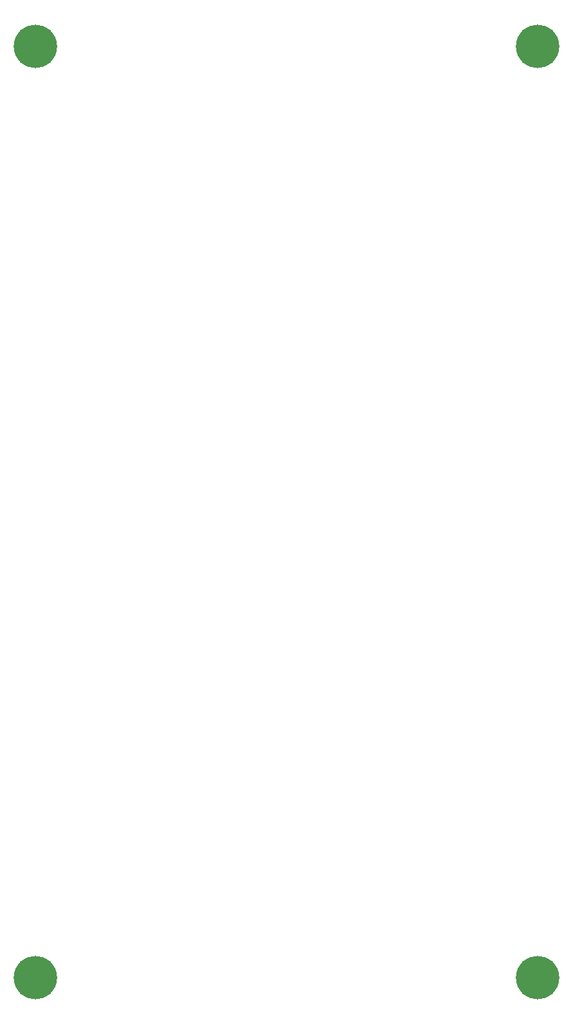
<source format=gbr>
G04 #@! TF.GenerationSoftware,KiCad,Pcbnew,5.1.6-c6e7f7d~87~ubuntu18.04.1*
G04 #@! TF.CreationDate,2020-08-19T11:01:40-04:00*
G04 #@! TF.ProjectId,qual_ADSR_front_panel,7175616c-5f41-4445-9352-5f66726f6e74,0*
G04 #@! TF.SameCoordinates,Original*
G04 #@! TF.FileFunction,Soldermask,Top*
G04 #@! TF.FilePolarity,Negative*
%FSLAX46Y46*%
G04 Gerber Fmt 4.6, Leading zero omitted, Abs format (unit mm)*
G04 Created by KiCad (PCBNEW 5.1.6-c6e7f7d~87~ubuntu18.04.1) date 2020-08-19 11:01:40*
%MOMM*%
%LPD*%
G01*
G04 APERTURE LIST*
%ADD10C,5.700000*%
G04 APERTURE END LIST*
D10*
X73540000Y-125500000D03*
X73540000Y-3000000D03*
X7500000Y-125500000D03*
X7500000Y-3000000D03*
M02*

</source>
